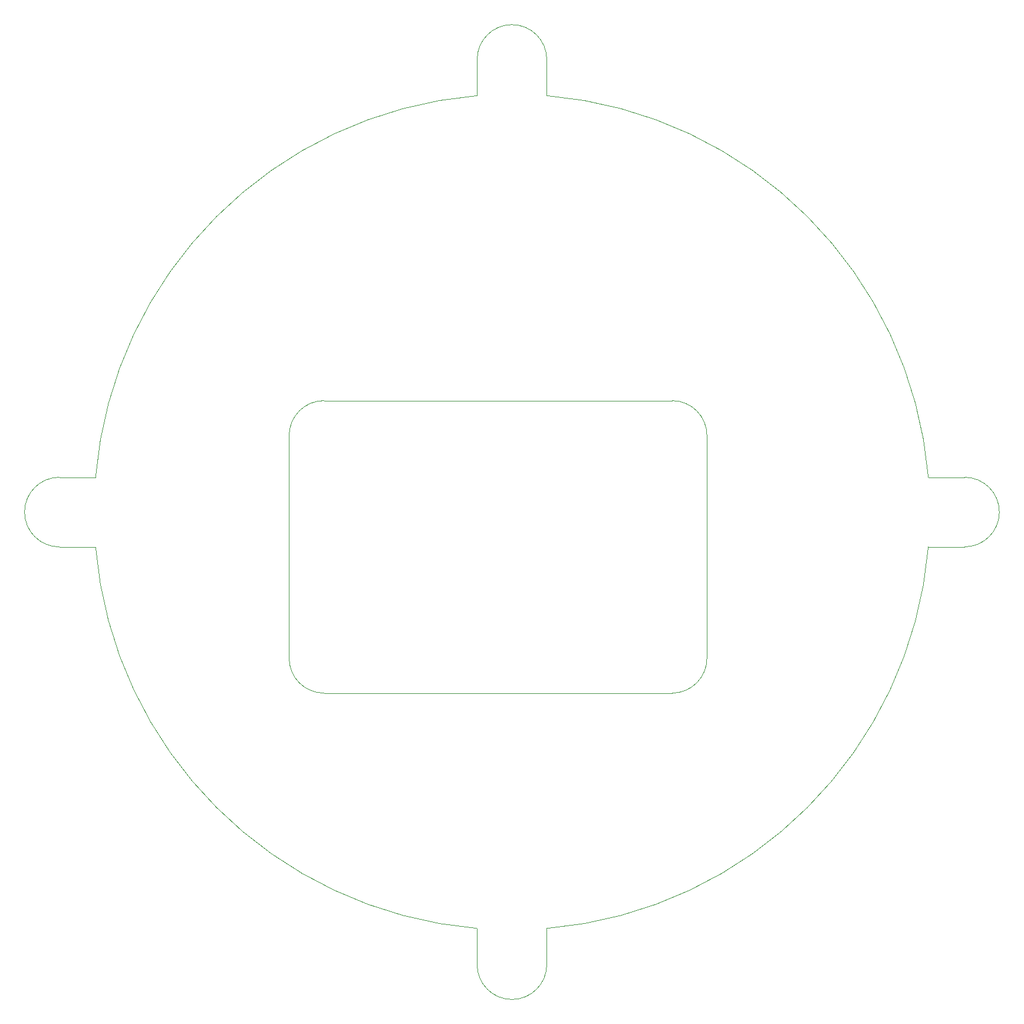
<source format=gbr>
%TF.GenerationSoftware,KiCad,Pcbnew,8.0.7*%
%TF.CreationDate,2025-02-18T21:39:36+09:00*%
%TF.ProjectId,LINESensorV3.1,4c494e45-5365-46e7-936f-7256332e312e,rev?*%
%TF.SameCoordinates,Original*%
%TF.FileFunction,Profile,NP*%
%FSLAX46Y46*%
G04 Gerber Fmt 4.6, Leading zero omitted, Abs format (unit mm)*
G04 Created by KiCad (PCBNEW 8.0.7) date 2025-02-18 21:39:36*
%MOMM*%
%LPD*%
G01*
G04 APERTURE LIST*
%TA.AperFunction,Profile*%
%ADD10C,0.050000*%
%TD*%
G04 APERTURE END LIST*
D10*
X195000000Y-90200000D02*
X195000000Y-85000000D01*
X228000000Y-139000000D02*
X228000000Y-171000000D01*
X223000000Y-134000000D02*
G75*
G02*
X228000000Y-139000000I0J-5000000D01*
G01*
X140200000Y-145000000D02*
G75*
G02*
X195000000Y-90200000I59800000J-5000000D01*
G01*
X205000000Y-90200000D02*
G75*
G02*
X259800000Y-145000000I-5000000J-59800000D01*
G01*
X195000000Y-85000000D02*
G75*
G02*
X205000000Y-85000000I5000000J0D01*
G01*
X195000000Y-209800000D02*
X195000000Y-215000000D01*
X259800000Y-155000000D02*
X265000000Y-155000000D01*
X223000000Y-176000000D02*
X173000000Y-176000000D01*
X195000000Y-209800000D02*
G75*
G02*
X140200000Y-155000000I5000000J59800000D01*
G01*
X168000000Y-171000000D02*
X168000000Y-139000000D01*
X259800000Y-155000000D02*
G75*
G02*
X205000000Y-209800000I-59800000J5000000D01*
G01*
X265000000Y-145000000D02*
G75*
G02*
X265000000Y-155000000I0J-5000000D01*
G01*
X223000000Y-134000000D02*
X173000000Y-134000000D01*
X140200000Y-145000000D02*
X135000000Y-145000000D01*
X205000000Y-215000000D02*
G75*
G02*
X195000000Y-215000000I-5000000J0D01*
G01*
X228000000Y-171000000D02*
G75*
G02*
X223000000Y-176000000I-5000000J0D01*
G01*
X168000000Y-139000000D02*
G75*
G02*
X173000000Y-134000000I5000000J0D01*
G01*
X140200000Y-155000000D02*
X135000000Y-155000000D01*
X173000000Y-176000000D02*
G75*
G02*
X168000000Y-171000000I0J5000000D01*
G01*
X259800000Y-145000000D02*
X265000000Y-145000000D01*
X135000000Y-155000000D02*
G75*
G02*
X135000000Y-145000000I0J5000000D01*
G01*
X205000000Y-90200000D02*
X205000000Y-85000000D01*
X205000000Y-209800000D02*
X205000000Y-215000000D01*
M02*

</source>
